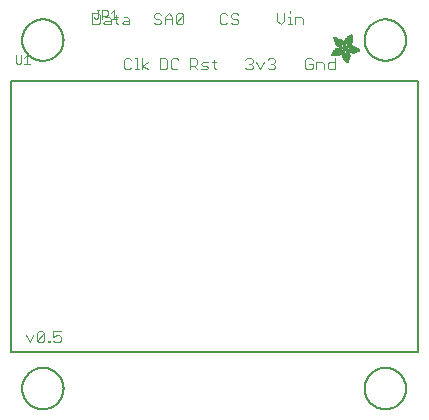
<source format=gbr>
G04 EAGLE Gerber RS-274X export*
G75*
%MOMM*%
%FSLAX34Y34*%
%LPD*%
%INSilkscreen Top*%
%IPPOS*%
%AMOC8*
5,1,8,0,0,1.08239X$1,22.5*%
G01*
%ADD10C,0.076200*%
%ADD11C,0.127000*%
%ADD12C,0.152400*%
%ADD13R,0.003800X0.034300*%
%ADD14R,0.003800X0.057200*%
%ADD15R,0.003800X0.076200*%
%ADD16R,0.003800X0.091400*%
%ADD17R,0.003800X0.102900*%
%ADD18R,0.003900X0.114300*%
%ADD19R,0.003800X0.129500*%
%ADD20R,0.003800X0.137200*%
%ADD21R,0.003800X0.144800*%
%ADD22R,0.003800X0.152400*%
%ADD23R,0.003800X0.160000*%
%ADD24R,0.003800X0.171500*%
%ADD25R,0.003800X0.175300*%
%ADD26R,0.003800X0.182900*%
%ADD27R,0.003800X0.190500*%
%ADD28R,0.003900X0.194300*%
%ADD29R,0.003800X0.201900*%
%ADD30R,0.003800X0.209500*%
%ADD31R,0.003800X0.213400*%
%ADD32R,0.003800X0.221000*%
%ADD33R,0.003800X0.224800*%
%ADD34R,0.003800X0.232400*%
%ADD35R,0.003800X0.240000*%
%ADD36R,0.003800X0.243800*%
%ADD37R,0.003800X0.247600*%
%ADD38R,0.003900X0.255300*%
%ADD39R,0.003800X0.259100*%
%ADD40R,0.003800X0.262900*%
%ADD41R,0.003800X0.270500*%
%ADD42R,0.003800X0.274300*%
%ADD43R,0.003800X0.281900*%
%ADD44R,0.003800X0.285700*%
%ADD45R,0.003800X0.289500*%
%ADD46R,0.003800X0.297200*%
%ADD47R,0.003800X0.301000*%
%ADD48R,0.003900X0.304800*%
%ADD49R,0.003800X0.312400*%
%ADD50R,0.003800X0.316200*%
%ADD51R,0.003800X0.320000*%
%ADD52R,0.003800X0.327600*%
%ADD53R,0.003800X0.331500*%
%ADD54R,0.003800X0.339100*%
%ADD55R,0.003800X0.342900*%
%ADD56R,0.003800X0.346700*%
%ADD57R,0.003800X0.354300*%
%ADD58R,0.003900X0.358100*%
%ADD59R,0.003800X0.361900*%
%ADD60R,0.003800X0.369600*%
%ADD61R,0.003800X0.373400*%
%ADD62R,0.003800X0.377200*%
%ADD63R,0.003800X0.384800*%
%ADD64R,0.003800X0.388600*%
%ADD65R,0.003800X0.396200*%
%ADD66R,0.003800X0.400000*%
%ADD67R,0.003800X0.403800*%
%ADD68R,0.003900X0.411500*%
%ADD69R,0.003800X0.415300*%
%ADD70R,0.003800X0.419100*%
%ADD71R,0.003800X0.045700*%
%ADD72R,0.003800X0.426700*%
%ADD73R,0.003800X0.072400*%
%ADD74R,0.003800X0.430500*%
%ADD75R,0.003800X0.095300*%
%ADD76R,0.003800X0.438100*%
%ADD77R,0.003800X0.110500*%
%ADD78R,0.003800X0.441900*%
%ADD79R,0.003800X0.445800*%
%ADD80R,0.003800X0.144700*%
%ADD81R,0.003800X0.453400*%
%ADD82R,0.003800X0.457200*%
%ADD83R,0.003900X0.175300*%
%ADD84R,0.003900X0.461000*%
%ADD85R,0.003800X0.468600*%
%ADD86R,0.003800X0.205800*%
%ADD87R,0.003800X0.472400*%
%ADD88R,0.003800X0.217200*%
%ADD89R,0.003800X0.476200*%
%ADD90R,0.003800X0.483900*%
%ADD91R,0.003800X0.247700*%
%ADD92R,0.003800X0.487700*%
%ADD93R,0.003800X0.495300*%
%ADD94R,0.003800X0.499100*%
%ADD95R,0.003800X0.502900*%
%ADD96R,0.003800X0.510500*%
%ADD97R,0.003900X0.308600*%
%ADD98R,0.003900X0.514300*%
%ADD99R,0.003800X0.323800*%
%ADD100R,0.003800X0.518100*%
%ADD101R,0.003800X0.335300*%
%ADD102R,0.003800X0.525800*%
%ADD103R,0.003800X0.529600*%
%ADD104R,0.003800X0.358100*%
%ADD105R,0.003800X0.533400*%
%ADD106R,0.003800X0.537200*%
%ADD107R,0.003800X0.381000*%
%ADD108R,0.003800X0.544800*%
%ADD109R,0.003800X0.392400*%
%ADD110R,0.003800X0.548600*%
%ADD111R,0.003800X0.552400*%
%ADD112R,0.003800X0.556200*%
%ADD113R,0.003900X0.422900*%
%ADD114R,0.003900X0.560100*%
%ADD115R,0.003800X0.434300*%
%ADD116R,0.003800X0.563900*%
%ADD117R,0.003800X0.567700*%
%ADD118R,0.003800X0.461000*%
%ADD119R,0.003800X0.571500*%
%ADD120R,0.003800X0.575300*%
%ADD121R,0.003800X0.480100*%
%ADD122R,0.003800X0.579100*%
%ADD123R,0.003800X0.491500*%
%ADD124R,0.003800X0.582900*%
%ADD125R,0.003800X0.586700*%
%ADD126R,0.003800X0.510600*%
%ADD127R,0.003800X0.590500*%
%ADD128R,0.003800X0.522000*%
%ADD129R,0.003800X0.594300*%
%ADD130R,0.003900X0.533400*%
%ADD131R,0.003900X0.598200*%
%ADD132R,0.003800X0.541000*%
%ADD133R,0.003800X0.602000*%
%ADD134R,0.003800X0.552500*%
%ADD135R,0.003800X0.605800*%
%ADD136R,0.003800X0.560100*%
%ADD137R,0.003800X0.609600*%
%ADD138R,0.003800X0.613400*%
%ADD139R,0.003800X0.583000*%
%ADD140R,0.003800X0.617200*%
%ADD141R,0.003800X0.594400*%
%ADD142R,0.003800X0.621000*%
%ADD143R,0.003800X0.598200*%
%ADD144R,0.003800X0.624800*%
%ADD145R,0.003900X0.613500*%
%ADD146R,0.003900X0.628600*%
%ADD147R,0.003800X0.632400*%
%ADD148R,0.003800X0.628600*%
%ADD149R,0.003800X0.636300*%
%ADD150R,0.003800X0.640100*%
%ADD151R,0.003800X0.636200*%
%ADD152R,0.003800X0.643900*%
%ADD153R,0.003800X0.647700*%
%ADD154R,0.003800X0.651500*%
%ADD155R,0.003800X0.659100*%
%ADD156R,0.003900X0.659100*%
%ADD157R,0.003900X0.655300*%
%ADD158R,0.003800X0.662900*%
%ADD159R,0.003800X0.655300*%
%ADD160R,0.003800X0.670500*%
%ADD161R,0.003800X0.670600*%
%ADD162R,0.003800X0.674400*%
%ADD163R,0.003800X0.682000*%
%ADD164R,0.003800X0.666700*%
%ADD165R,0.003800X0.685800*%
%ADD166R,0.003800X0.689600*%
%ADD167R,0.003900X0.693400*%
%ADD168R,0.003900X0.674400*%
%ADD169R,0.003800X0.697200*%
%ADD170R,0.003800X0.678200*%
%ADD171R,0.003800X0.697300*%
%ADD172R,0.003800X0.701100*%
%ADD173R,0.003800X0.704900*%
%ADD174R,0.003800X0.708700*%
%ADD175R,0.003800X0.712500*%
%ADD176R,0.003800X0.716300*%
%ADD177R,0.003900X0.720100*%
%ADD178R,0.003900X0.689600*%
%ADD179R,0.003800X0.720000*%
%ADD180R,0.003800X0.693400*%
%ADD181R,0.003800X0.723900*%
%ADD182R,0.003800X0.727700*%
%ADD183R,0.003800X0.731500*%
%ADD184R,0.003800X0.701000*%
%ADD185R,0.003800X0.735300*%
%ADD186R,0.003900X0.731500*%
%ADD187R,0.003900X0.701000*%
%ADD188R,0.003800X0.704800*%
%ADD189R,0.003800X0.739100*%
%ADD190R,0.003800X0.743000*%
%ADD191R,0.003800X0.739200*%
%ADD192R,0.003900X0.743000*%
%ADD193R,0.003900X0.704800*%
%ADD194R,0.003800X0.746800*%
%ADD195R,0.003900X0.746800*%
%ADD196R,0.003800X0.742900*%
%ADD197R,0.003800X0.746700*%
%ADD198R,0.003900X0.746700*%
%ADD199R,0.003800X1.428800*%
%ADD200R,0.003800X1.424900*%
%ADD201R,0.003900X1.421100*%
%ADD202R,0.003800X1.421100*%
%ADD203R,0.003800X1.417300*%
%ADD204R,0.003800X1.413500*%
%ADD205R,0.003800X1.409700*%
%ADD206R,0.003800X1.405900*%
%ADD207R,0.003800X1.402100*%
%ADD208R,0.003800X1.398300*%
%ADD209R,0.003900X0.983000*%
%ADD210R,0.003900X0.384800*%
%ADD211R,0.003800X0.971600*%
%ADD212R,0.003800X0.963900*%
%ADD213R,0.003800X0.956300*%
%ADD214R,0.003800X0.365800*%
%ADD215R,0.003800X0.952500*%
%ADD216R,0.003800X0.941000*%
%ADD217R,0.003800X0.358200*%
%ADD218R,0.003800X0.937200*%
%ADD219R,0.003800X0.933400*%
%ADD220R,0.003800X0.354400*%
%ADD221R,0.003800X0.925800*%
%ADD222R,0.003800X0.350500*%
%ADD223R,0.003800X0.922000*%
%ADD224R,0.003900X0.918200*%
%ADD225R,0.003900X0.346700*%
%ADD226R,0.003800X0.910600*%
%ADD227R,0.003800X0.906800*%
%ADD228R,0.003800X0.903000*%
%ADD229R,0.003800X0.339000*%
%ADD230R,0.003800X0.895300*%
%ADD231R,0.003800X0.335200*%
%ADD232R,0.003800X0.887700*%
%ADD233R,0.003800X0.883900*%
%ADD234R,0.003800X0.331400*%
%ADD235R,0.003800X0.880100*%
%ADD236R,0.003800X0.876300*%
%ADD237R,0.003900X0.468600*%
%ADD238R,0.003900X0.396200*%
%ADD239R,0.003900X0.323800*%
%ADD240R,0.003800X0.449600*%
%ADD241R,0.003800X0.323900*%
%ADD242R,0.003800X0.442000*%
%ADD243R,0.003800X0.434400*%
%ADD244R,0.003800X0.320100*%
%ADD245R,0.003800X0.316300*%
%ADD246R,0.003800X0.426800*%
%ADD247R,0.003800X0.327700*%
%ADD248R,0.003800X0.312500*%
%ADD249R,0.003800X0.422900*%
%ADD250R,0.003800X0.308600*%
%ADD251R,0.003800X0.293400*%
%ADD252R,0.003800X0.304800*%
%ADD253R,0.003900X0.419100*%
%ADD254R,0.003900X0.285700*%
%ADD255R,0.003900X0.301000*%
%ADD256R,0.003800X0.411500*%
%ADD257R,0.003800X0.407700*%
%ADD258R,0.003800X0.289600*%
%ADD259R,0.003800X0.285800*%
%ADD260R,0.003800X0.403900*%
%ADD261R,0.003800X0.228600*%
%ADD262R,0.003900X0.403900*%
%ADD263R,0.003900X0.221000*%
%ADD264R,0.003900X0.278100*%
%ADD265R,0.003800X0.400100*%
%ADD266R,0.003800X0.209600*%
%ADD267R,0.003800X0.266700*%
%ADD268R,0.003800X0.038100*%
%ADD269R,0.003800X0.194300*%
%ADD270R,0.003800X0.148600*%
%ADD271R,0.003800X0.259000*%
%ADD272R,0.003800X0.182800*%
%ADD273R,0.003800X0.186700*%
%ADD274R,0.003800X0.251400*%
%ADD275R,0.003800X0.179100*%
%ADD276R,0.003800X0.236200*%
%ADD277R,0.003900X0.243900*%
%ADD278R,0.003900X0.282000*%
%ADD279R,0.003800X0.167700*%
%ADD280R,0.003800X0.236300*%
%ADD281R,0.003800X0.396300*%
%ADD282R,0.003800X0.163900*%
%ADD283R,0.003800X0.392500*%
%ADD284R,0.003800X0.160100*%
%ADD285R,0.003800X0.586800*%
%ADD286R,0.003800X0.148500*%
%ADD287R,0.003800X0.140900*%
%ADD288R,0.003900X0.392400*%
%ADD289R,0.003900X0.140900*%
%ADD290R,0.003900X0.647700*%
%ADD291R,0.003800X0.133300*%
%ADD292R,0.003800X0.674300*%
%ADD293R,0.003800X0.388700*%
%ADD294R,0.003800X0.125700*%
%ADD295R,0.003800X0.121900*%
%ADD296R,0.003800X0.720100*%
%ADD297R,0.003800X0.118100*%
%ADD298R,0.003900X0.118100*%
%ADD299R,0.003900X0.739100*%
%ADD300R,0.003800X0.114300*%
%ADD301R,0.003800X0.754400*%
%ADD302R,0.003800X0.765800*%
%ADD303R,0.003800X0.773400*%
%ADD304R,0.003800X0.784800*%
%ADD305R,0.003800X0.118200*%
%ADD306R,0.003800X0.792500*%
%ADD307R,0.003800X0.803900*%
%ADD308R,0.003800X0.122000*%
%ADD309R,0.003800X0.815400*%
%ADD310R,0.003800X0.125800*%
%ADD311R,0.003800X0.826800*%
%ADD312R,0.003900X0.369500*%
%ADD313R,0.003900X0.133400*%
%ADD314R,0.003900X0.842000*%
%ADD315R,0.003800X0.365700*%
%ADD316R,0.003800X1.009700*%
%ADD317R,0.003800X1.013500*%
%ADD318R,0.003800X0.362000*%
%ADD319R,0.003800X1.024900*%
%ADD320R,0.003800X1.028700*%
%ADD321R,0.003800X1.036300*%
%ADD322R,0.003800X1.047800*%
%ADD323R,0.003800X1.055400*%
%ADD324R,0.003800X1.070600*%
%ADD325R,0.003800X0.030500*%
%ADD326R,0.003800X1.436400*%
%ADD327R,0.003900X1.562100*%
%ADD328R,0.003800X1.588700*%
%ADD329R,0.003800X1.607800*%
%ADD330R,0.003800X1.626900*%
%ADD331R,0.003800X1.642100*%
%ADD332R,0.003800X1.657400*%
%ADD333R,0.003800X1.676400*%
%ADD334R,0.003800X1.687800*%
%ADD335R,0.003800X1.703000*%
%ADD336R,0.003800X1.714500*%
%ADD337R,0.003900X1.726000*%
%ADD338R,0.003800X1.741200*%
%ADD339R,0.003800X0.914400*%
%ADD340R,0.003800X0.769600*%
%ADD341R,0.003800X0.884000*%
%ADD342R,0.003800X0.712400*%
%ADD343R,0.003900X0.880100*%
%ADD344R,0.003800X0.887800*%
%ADD345R,0.003800X0.891600*%
%ADD346R,0.003800X0.895400*%
%ADD347R,0.003800X0.251500*%
%ADD348R,0.003900X0.579200*%
%ADD349R,0.003800X0.243900*%
%ADD350R,0.003800X0.556300*%
%ADD351R,0.003800X0.255200*%
%ADD352R,0.003800X0.529500*%
%ADD353R,0.003800X0.731600*%
%ADD354R,0.003900X0.525800*%
%ADD355R,0.003900X0.281900*%
%ADD356R,0.003900X0.735400*%
%ADD357R,0.003800X0.300900*%
%ADD358R,0.003800X0.762000*%
%ADD359R,0.003800X0.518200*%
%ADD360R,0.003800X0.350600*%
%ADD361R,0.003800X0.796300*%
%ADD362R,0.003800X0.807800*%
%ADD363R,0.003800X0.506700*%
%ADD364R,0.003800X0.849600*%
%ADD365R,0.003900X0.506700*%
%ADD366R,0.003900X1.371600*%
%ADD367R,0.003800X1.207800*%
%ADD368R,0.003800X0.503000*%
%ADD369R,0.003800X0.141000*%
%ADD370R,0.003800X1.203900*%
%ADD371R,0.003800X1.204000*%
%ADD372R,0.003800X1.200200*%
%ADD373R,0.003900X0.499100*%
%ADD374R,0.003900X0.156200*%
%ADD375R,0.003900X1.196400*%
%ADD376R,0.003800X1.196400*%
%ADD377R,0.003800X0.163800*%
%ADD378R,0.003800X0.167600*%
%ADD379R,0.003800X1.192500*%
%ADD380R,0.003800X0.499200*%
%ADD381R,0.003800X1.188700*%
%ADD382R,0.003800X0.506800*%
%ADD383R,0.003800X1.184900*%
%ADD384R,0.003900X0.510600*%
%ADD385R,0.003900X0.209600*%
%ADD386R,0.003900X1.181100*%
%ADD387R,0.003800X0.514400*%
%ADD388R,0.003800X1.181100*%
%ADD389R,0.003800X1.177300*%
%ADD390R,0.003800X0.240100*%
%ADD391R,0.003800X1.173500*%
%ADD392R,0.003800X1.169700*%
%ADD393R,0.003800X1.165900*%
%ADD394R,0.003800X1.162100*%
%ADD395R,0.003900X0.929700*%
%ADD396R,0.003900X1.162100*%
%ADD397R,0.003800X0.929700*%
%ADD398R,0.003800X1.154500*%
%ADD399R,0.003800X0.933500*%
%ADD400R,0.003800X1.150600*%
%ADD401R,0.003800X0.937300*%
%ADD402R,0.003800X1.146800*%
%ADD403R,0.003800X0.941100*%
%ADD404R,0.003800X1.139200*%
%ADD405R,0.003800X0.944900*%
%ADD406R,0.003800X1.135400*%
%ADD407R,0.003800X0.948700*%
%ADD408R,0.003800X1.127800*%
%ADD409R,0.003800X1.124000*%
%ADD410R,0.003800X1.116400*%
%ADD411R,0.003900X0.956300*%
%ADD412R,0.003900X1.104900*%
%ADD413R,0.003800X0.960100*%
%ADD414R,0.003800X1.093500*%
%ADD415R,0.003800X1.085900*%
%ADD416R,0.003800X0.967800*%
%ADD417R,0.003800X1.074500*%
%ADD418R,0.003800X1.063000*%
%ADD419R,0.003800X0.975400*%
%ADD420R,0.003800X1.036400*%
%ADD421R,0.003800X0.979200*%
%ADD422R,0.003800X1.021000*%
%ADD423R,0.003800X0.983000*%
%ADD424R,0.003800X1.009600*%
%ADD425R,0.003800X0.986800*%
%ADD426R,0.003800X0.998200*%
%ADD427R,0.003900X0.990600*%
%ADD428R,0.003900X0.986700*%
%ADD429R,0.003800X0.994400*%
%ADD430R,0.003800X0.975300*%
%ADD431R,0.003800X0.948600*%
%ADD432R,0.003800X1.002000*%
%ADD433R,0.003800X0.213300*%
%ADD434R,0.003800X0.217100*%
%ADD435R,0.003800X1.017300*%
%ADD436R,0.003800X0.666800*%
%ADD437R,0.003800X0.220900*%
%ADD438R,0.003900X1.028700*%
%ADD439R,0.003900X0.224700*%
%ADD440R,0.003800X1.032500*%
%ADD441R,0.003800X1.040100*%
%ADD442R,0.003800X1.043900*%
%ADD443R,0.003800X0.548700*%
%ADD444R,0.003800X1.051500*%
%ADD445R,0.003800X1.055300*%
%ADD446R,0.003800X1.059100*%
%ADD447R,0.003800X1.062900*%
%ADD448R,0.003800X0.255300*%
%ADD449R,0.003900X1.066800*%
%ADD450R,0.003900X0.259100*%
%ADD451R,0.003900X0.457200*%
%ADD452R,0.003800X0.423000*%
%ADD453R,0.003800X1.082100*%
%ADD454R,0.003800X0.274400*%
%ADD455R,0.003800X0.278200*%
%ADD456R,0.003800X1.101100*%
%ADD457R,0.003800X0.278100*%
%ADD458R,0.003900X0.876300*%
%ADD459R,0.003900X0.236200*%
%ADD460R,0.003900X0.289600*%
%ADD461R,0.003900X0.247700*%
%ADD462R,0.003800X0.049500*%
%ADD463R,0.003900X0.640100*%
%ADD464R,0.003800X0.659200*%
%ADD465R,0.003800X0.663000*%
%ADD466R,0.003900X0.872500*%
%ADD467R,0.003900X0.666800*%
%ADD468R,0.003800X0.872500*%
%ADD469R,0.003800X0.868700*%
%ADD470R,0.003800X0.864900*%
%ADD471R,0.003800X0.861100*%
%ADD472R,0.003800X0.857300*%
%ADD473R,0.003800X0.853400*%
%ADD474R,0.003800X0.845800*%
%ADD475R,0.003900X0.682000*%
%ADD476R,0.003800X0.842000*%
%ADD477R,0.003800X0.834400*%
%ADD478R,0.003800X0.823000*%
%ADD479R,0.003800X0.815300*%
%ADD480R,0.003800X0.811500*%
%ADD481R,0.003800X0.788700*%
%ADD482R,0.003900X0.777300*%
%ADD483R,0.003800X0.750600*%
%ADD484R,0.003800X0.735400*%
%ADD485R,0.003800X0.727800*%
%ADD486R,0.003800X0.628700*%
%ADD487R,0.003800X0.575400*%
%ADD488R,0.003900X0.670600*%
%ADD489R,0.003800X0.655400*%
%ADD490R,0.003900X0.651500*%
%ADD491R,0.003900X0.624800*%
%ADD492R,0.003900X0.594400*%
%ADD493R,0.003900X0.563900*%
%ADD494R,0.003800X0.541100*%
%ADD495R,0.003800X0.537300*%
%ADD496R,0.003800X0.525700*%
%ADD497R,0.003900X0.525700*%
%ADD498R,0.003800X0.514300*%
%ADD499R,0.003900X0.480100*%
%ADD500R,0.003800X0.464800*%
%ADD501R,0.003900X0.442000*%
%ADD502R,0.003800X0.438200*%
%ADD503R,0.003800X0.430600*%
%ADD504R,0.003800X0.407600*%
%ADD505R,0.003900X0.403800*%
%ADD506R,0.003900X0.365700*%
%ADD507R,0.003900X0.327700*%
%ADD508R,0.003900X0.243800*%
%ADD509R,0.003900X0.205800*%
%ADD510R,0.003800X0.198100*%
%ADD511R,0.003900X0.163800*%
%ADD512R,0.003800X0.137100*%
%ADD513R,0.003900X0.091500*%
%ADD514R,0.003800X0.060900*%


D10*
X258592Y307939D02*
X257024Y309507D01*
X253889Y309507D01*
X252321Y307939D01*
X252321Y301669D01*
X253889Y300101D01*
X257024Y300101D01*
X258592Y301669D01*
X258592Y304804D01*
X255456Y304804D01*
X261676Y306372D02*
X261676Y300101D01*
X261676Y306372D02*
X266379Y306372D01*
X267947Y304804D01*
X267947Y300101D01*
X277302Y300101D02*
X277302Y309507D01*
X277302Y300101D02*
X272599Y300101D01*
X271031Y301669D01*
X271031Y304804D01*
X272599Y306372D01*
X277302Y306372D01*
X228191Y341336D02*
X228191Y347607D01*
X228191Y341336D02*
X231326Y338201D01*
X234462Y341336D01*
X234462Y347607D01*
X237546Y344472D02*
X239114Y344472D01*
X239114Y338201D01*
X237546Y338201D02*
X240682Y338201D01*
X239114Y347607D02*
X239114Y349175D01*
X243783Y344472D02*
X243783Y338201D01*
X243783Y344472D02*
X248486Y344472D01*
X250054Y342904D01*
X250054Y338201D01*
X203089Y309507D02*
X201521Y307939D01*
X203089Y309507D02*
X206224Y309507D01*
X207792Y307939D01*
X207792Y306372D01*
X206224Y304804D01*
X204656Y304804D01*
X206224Y304804D02*
X207792Y303236D01*
X207792Y301669D01*
X206224Y300101D01*
X203089Y300101D01*
X201521Y301669D01*
X210876Y306372D02*
X214012Y300101D01*
X217147Y306372D01*
X220231Y307939D02*
X221799Y309507D01*
X224934Y309507D01*
X226502Y307939D01*
X226502Y306372D01*
X224934Y304804D01*
X223367Y304804D01*
X224934Y304804D02*
X226502Y303236D01*
X226502Y301669D01*
X224934Y300101D01*
X221799Y300101D01*
X220231Y301669D01*
X186202Y346039D02*
X184634Y347607D01*
X181499Y347607D01*
X179931Y346039D01*
X179931Y339769D01*
X181499Y338201D01*
X184634Y338201D01*
X186202Y339769D01*
X193989Y347607D02*
X195557Y346039D01*
X193989Y347607D02*
X190854Y347607D01*
X189286Y346039D01*
X189286Y344472D01*
X190854Y342904D01*
X193989Y342904D01*
X195557Y341336D01*
X195557Y339769D01*
X193989Y338201D01*
X190854Y338201D01*
X189286Y339769D01*
X154531Y309507D02*
X154531Y300101D01*
X154531Y309507D02*
X159234Y309507D01*
X160802Y307939D01*
X160802Y304804D01*
X159234Y303236D01*
X154531Y303236D01*
X157666Y303236D02*
X160802Y300101D01*
X163886Y300101D02*
X168589Y300101D01*
X170157Y301669D01*
X168589Y303236D01*
X165454Y303236D01*
X163886Y304804D01*
X165454Y306372D01*
X170157Y306372D01*
X174809Y307939D02*
X174809Y301669D01*
X176377Y300101D01*
X176377Y306372D02*
X173241Y306372D01*
X130322Y346039D02*
X128754Y347607D01*
X125619Y347607D01*
X124051Y346039D01*
X124051Y344472D01*
X125619Y342904D01*
X128754Y342904D01*
X130322Y341336D01*
X130322Y339769D01*
X128754Y338201D01*
X125619Y338201D01*
X124051Y339769D01*
X133406Y338201D02*
X133406Y344472D01*
X136542Y347607D01*
X139677Y344472D01*
X139677Y338201D01*
X139677Y342904D02*
X133406Y342904D01*
X142761Y339769D02*
X142761Y346039D01*
X144329Y347607D01*
X147464Y347607D01*
X149032Y346039D01*
X149032Y339769D01*
X147464Y338201D01*
X144329Y338201D01*
X142761Y339769D01*
X149032Y346039D01*
X104922Y307939D02*
X103354Y309507D01*
X100219Y309507D01*
X98651Y307939D01*
X98651Y301669D01*
X100219Y300101D01*
X103354Y300101D01*
X104922Y301669D01*
X108006Y309507D02*
X109574Y309507D01*
X109574Y300101D01*
X108006Y300101D02*
X111142Y300101D01*
X114243Y300101D02*
X114243Y309507D01*
X114243Y303236D02*
X118946Y300101D01*
X114243Y303236D02*
X118946Y306372D01*
X71981Y338201D02*
X71981Y347607D01*
X71981Y338201D02*
X76684Y338201D01*
X78252Y339769D01*
X78252Y346039D01*
X76684Y347607D01*
X71981Y347607D01*
X82904Y344472D02*
X86039Y344472D01*
X87607Y342904D01*
X87607Y338201D01*
X82904Y338201D01*
X81336Y339769D01*
X82904Y341336D01*
X87607Y341336D01*
X92259Y339769D02*
X92259Y346039D01*
X92259Y339769D02*
X93827Y338201D01*
X93827Y344472D02*
X90691Y344472D01*
X98496Y344472D02*
X101631Y344472D01*
X103199Y342904D01*
X103199Y338201D01*
X98496Y338201D01*
X96928Y339769D01*
X98496Y341336D01*
X103199Y341336D01*
X15621Y75232D02*
X18756Y68961D01*
X21892Y75232D01*
X24976Y76799D02*
X24976Y70529D01*
X24976Y76799D02*
X26544Y78367D01*
X29679Y78367D01*
X31247Y76799D01*
X31247Y70529D01*
X29679Y68961D01*
X26544Y68961D01*
X24976Y70529D01*
X31247Y76799D01*
X34331Y70529D02*
X34331Y68961D01*
X34331Y70529D02*
X35899Y70529D01*
X35899Y68961D01*
X34331Y68961D01*
X39009Y78367D02*
X45280Y78367D01*
X39009Y78367D02*
X39009Y73664D01*
X42144Y75232D01*
X43712Y75232D01*
X45280Y73664D01*
X45280Y70529D01*
X43712Y68961D01*
X40577Y68961D01*
X39009Y70529D01*
X129131Y300101D02*
X129131Y309507D01*
X129131Y300101D02*
X133834Y300101D01*
X135402Y301669D01*
X135402Y307939D01*
X133834Y309507D01*
X129131Y309507D01*
X143189Y309507D02*
X144757Y307939D01*
X143189Y309507D02*
X140054Y309507D01*
X138486Y307939D01*
X138486Y301669D01*
X140054Y300101D01*
X143189Y300101D01*
X144757Y301669D01*
D11*
X3020Y290420D02*
X348020Y290420D01*
X348020Y60420D01*
X3020Y60420D01*
X3020Y290420D01*
D10*
X6901Y306030D02*
X6901Y312173D01*
X6901Y306030D02*
X8130Y304801D01*
X10587Y304801D01*
X11816Y306030D01*
X11816Y312173D01*
X14385Y309716D02*
X16843Y312173D01*
X16843Y304801D01*
X19300Y304801D02*
X14385Y304801D01*
X73019Y344198D02*
X74248Y342969D01*
X75476Y342969D01*
X76705Y344198D01*
X76705Y350341D01*
X75476Y350341D02*
X77934Y350341D01*
X80503Y350341D02*
X80503Y342969D01*
X80503Y350341D02*
X84189Y350341D01*
X85418Y349113D01*
X85418Y346655D01*
X84189Y345426D01*
X80503Y345426D01*
X87987Y347884D02*
X90445Y350341D01*
X90445Y342969D01*
X92902Y342969D02*
X87987Y342969D01*
D12*
X302500Y325000D02*
X302505Y325429D01*
X302521Y325859D01*
X302547Y326287D01*
X302584Y326715D01*
X302632Y327142D01*
X302689Y327568D01*
X302758Y327992D01*
X302836Y328414D01*
X302925Y328834D01*
X303024Y329252D01*
X303134Y329667D01*
X303254Y330080D01*
X303383Y330489D01*
X303523Y330896D01*
X303673Y331298D01*
X303832Y331697D01*
X304001Y332092D01*
X304180Y332482D01*
X304369Y332868D01*
X304566Y333249D01*
X304773Y333626D01*
X304990Y333997D01*
X305215Y334362D01*
X305449Y334722D01*
X305692Y335077D01*
X305944Y335425D01*
X306204Y335767D01*
X306472Y336102D01*
X306749Y336431D01*
X307033Y336752D01*
X307326Y337067D01*
X307626Y337374D01*
X307933Y337674D01*
X308248Y337967D01*
X308569Y338251D01*
X308898Y338528D01*
X309233Y338796D01*
X309575Y339056D01*
X309923Y339308D01*
X310278Y339551D01*
X310638Y339785D01*
X311003Y340010D01*
X311374Y340227D01*
X311751Y340434D01*
X312132Y340631D01*
X312518Y340820D01*
X312908Y340999D01*
X313303Y341168D01*
X313702Y341327D01*
X314104Y341477D01*
X314511Y341617D01*
X314920Y341746D01*
X315333Y341866D01*
X315748Y341976D01*
X316166Y342075D01*
X316586Y342164D01*
X317008Y342242D01*
X317432Y342311D01*
X317858Y342368D01*
X318285Y342416D01*
X318713Y342453D01*
X319141Y342479D01*
X319571Y342495D01*
X320000Y342500D01*
X320429Y342495D01*
X320859Y342479D01*
X321287Y342453D01*
X321715Y342416D01*
X322142Y342368D01*
X322568Y342311D01*
X322992Y342242D01*
X323414Y342164D01*
X323834Y342075D01*
X324252Y341976D01*
X324667Y341866D01*
X325080Y341746D01*
X325489Y341617D01*
X325896Y341477D01*
X326298Y341327D01*
X326697Y341168D01*
X327092Y340999D01*
X327482Y340820D01*
X327868Y340631D01*
X328249Y340434D01*
X328626Y340227D01*
X328997Y340010D01*
X329362Y339785D01*
X329722Y339551D01*
X330077Y339308D01*
X330425Y339056D01*
X330767Y338796D01*
X331102Y338528D01*
X331431Y338251D01*
X331752Y337967D01*
X332067Y337674D01*
X332374Y337374D01*
X332674Y337067D01*
X332967Y336752D01*
X333251Y336431D01*
X333528Y336102D01*
X333796Y335767D01*
X334056Y335425D01*
X334308Y335077D01*
X334551Y334722D01*
X334785Y334362D01*
X335010Y333997D01*
X335227Y333626D01*
X335434Y333249D01*
X335631Y332868D01*
X335820Y332482D01*
X335999Y332092D01*
X336168Y331697D01*
X336327Y331298D01*
X336477Y330896D01*
X336617Y330489D01*
X336746Y330080D01*
X336866Y329667D01*
X336976Y329252D01*
X337075Y328834D01*
X337164Y328414D01*
X337242Y327992D01*
X337311Y327568D01*
X337368Y327142D01*
X337416Y326715D01*
X337453Y326287D01*
X337479Y325859D01*
X337495Y325429D01*
X337500Y325000D01*
X337495Y324571D01*
X337479Y324141D01*
X337453Y323713D01*
X337416Y323285D01*
X337368Y322858D01*
X337311Y322432D01*
X337242Y322008D01*
X337164Y321586D01*
X337075Y321166D01*
X336976Y320748D01*
X336866Y320333D01*
X336746Y319920D01*
X336617Y319511D01*
X336477Y319104D01*
X336327Y318702D01*
X336168Y318303D01*
X335999Y317908D01*
X335820Y317518D01*
X335631Y317132D01*
X335434Y316751D01*
X335227Y316374D01*
X335010Y316003D01*
X334785Y315638D01*
X334551Y315278D01*
X334308Y314923D01*
X334056Y314575D01*
X333796Y314233D01*
X333528Y313898D01*
X333251Y313569D01*
X332967Y313248D01*
X332674Y312933D01*
X332374Y312626D01*
X332067Y312326D01*
X331752Y312033D01*
X331431Y311749D01*
X331102Y311472D01*
X330767Y311204D01*
X330425Y310944D01*
X330077Y310692D01*
X329722Y310449D01*
X329362Y310215D01*
X328997Y309990D01*
X328626Y309773D01*
X328249Y309566D01*
X327868Y309369D01*
X327482Y309180D01*
X327092Y309001D01*
X326697Y308832D01*
X326298Y308673D01*
X325896Y308523D01*
X325489Y308383D01*
X325080Y308254D01*
X324667Y308134D01*
X324252Y308024D01*
X323834Y307925D01*
X323414Y307836D01*
X322992Y307758D01*
X322568Y307689D01*
X322142Y307632D01*
X321715Y307584D01*
X321287Y307547D01*
X320859Y307521D01*
X320429Y307505D01*
X320000Y307500D01*
X319571Y307505D01*
X319141Y307521D01*
X318713Y307547D01*
X318285Y307584D01*
X317858Y307632D01*
X317432Y307689D01*
X317008Y307758D01*
X316586Y307836D01*
X316166Y307925D01*
X315748Y308024D01*
X315333Y308134D01*
X314920Y308254D01*
X314511Y308383D01*
X314104Y308523D01*
X313702Y308673D01*
X313303Y308832D01*
X312908Y309001D01*
X312518Y309180D01*
X312132Y309369D01*
X311751Y309566D01*
X311374Y309773D01*
X311003Y309990D01*
X310638Y310215D01*
X310278Y310449D01*
X309923Y310692D01*
X309575Y310944D01*
X309233Y311204D01*
X308898Y311472D01*
X308569Y311749D01*
X308248Y312033D01*
X307933Y312326D01*
X307626Y312626D01*
X307326Y312933D01*
X307033Y313248D01*
X306749Y313569D01*
X306472Y313898D01*
X306204Y314233D01*
X305944Y314575D01*
X305692Y314923D01*
X305449Y315278D01*
X305215Y315638D01*
X304990Y316003D01*
X304773Y316374D01*
X304566Y316751D01*
X304369Y317132D01*
X304180Y317518D01*
X304001Y317908D01*
X303832Y318303D01*
X303673Y318702D01*
X303523Y319104D01*
X303383Y319511D01*
X303254Y319920D01*
X303134Y320333D01*
X303024Y320748D01*
X302925Y321166D01*
X302836Y321586D01*
X302758Y322008D01*
X302689Y322432D01*
X302632Y322858D01*
X302584Y323285D01*
X302547Y323713D01*
X302521Y324141D01*
X302505Y324571D01*
X302500Y325000D01*
X12500Y30000D02*
X12505Y30429D01*
X12521Y30859D01*
X12547Y31287D01*
X12584Y31715D01*
X12632Y32142D01*
X12689Y32568D01*
X12758Y32992D01*
X12836Y33414D01*
X12925Y33834D01*
X13024Y34252D01*
X13134Y34667D01*
X13254Y35080D01*
X13383Y35489D01*
X13523Y35896D01*
X13673Y36298D01*
X13832Y36697D01*
X14001Y37092D01*
X14180Y37482D01*
X14369Y37868D01*
X14566Y38249D01*
X14773Y38626D01*
X14990Y38997D01*
X15215Y39362D01*
X15449Y39722D01*
X15692Y40077D01*
X15944Y40425D01*
X16204Y40767D01*
X16472Y41102D01*
X16749Y41431D01*
X17033Y41752D01*
X17326Y42067D01*
X17626Y42374D01*
X17933Y42674D01*
X18248Y42967D01*
X18569Y43251D01*
X18898Y43528D01*
X19233Y43796D01*
X19575Y44056D01*
X19923Y44308D01*
X20278Y44551D01*
X20638Y44785D01*
X21003Y45010D01*
X21374Y45227D01*
X21751Y45434D01*
X22132Y45631D01*
X22518Y45820D01*
X22908Y45999D01*
X23303Y46168D01*
X23702Y46327D01*
X24104Y46477D01*
X24511Y46617D01*
X24920Y46746D01*
X25333Y46866D01*
X25748Y46976D01*
X26166Y47075D01*
X26586Y47164D01*
X27008Y47242D01*
X27432Y47311D01*
X27858Y47368D01*
X28285Y47416D01*
X28713Y47453D01*
X29141Y47479D01*
X29571Y47495D01*
X30000Y47500D01*
X30429Y47495D01*
X30859Y47479D01*
X31287Y47453D01*
X31715Y47416D01*
X32142Y47368D01*
X32568Y47311D01*
X32992Y47242D01*
X33414Y47164D01*
X33834Y47075D01*
X34252Y46976D01*
X34667Y46866D01*
X35080Y46746D01*
X35489Y46617D01*
X35896Y46477D01*
X36298Y46327D01*
X36697Y46168D01*
X37092Y45999D01*
X37482Y45820D01*
X37868Y45631D01*
X38249Y45434D01*
X38626Y45227D01*
X38997Y45010D01*
X39362Y44785D01*
X39722Y44551D01*
X40077Y44308D01*
X40425Y44056D01*
X40767Y43796D01*
X41102Y43528D01*
X41431Y43251D01*
X41752Y42967D01*
X42067Y42674D01*
X42374Y42374D01*
X42674Y42067D01*
X42967Y41752D01*
X43251Y41431D01*
X43528Y41102D01*
X43796Y40767D01*
X44056Y40425D01*
X44308Y40077D01*
X44551Y39722D01*
X44785Y39362D01*
X45010Y38997D01*
X45227Y38626D01*
X45434Y38249D01*
X45631Y37868D01*
X45820Y37482D01*
X45999Y37092D01*
X46168Y36697D01*
X46327Y36298D01*
X46477Y35896D01*
X46617Y35489D01*
X46746Y35080D01*
X46866Y34667D01*
X46976Y34252D01*
X47075Y33834D01*
X47164Y33414D01*
X47242Y32992D01*
X47311Y32568D01*
X47368Y32142D01*
X47416Y31715D01*
X47453Y31287D01*
X47479Y30859D01*
X47495Y30429D01*
X47500Y30000D01*
X47495Y29571D01*
X47479Y29141D01*
X47453Y28713D01*
X47416Y28285D01*
X47368Y27858D01*
X47311Y27432D01*
X47242Y27008D01*
X47164Y26586D01*
X47075Y26166D01*
X46976Y25748D01*
X46866Y25333D01*
X46746Y24920D01*
X46617Y24511D01*
X46477Y24104D01*
X46327Y23702D01*
X46168Y23303D01*
X45999Y22908D01*
X45820Y22518D01*
X45631Y22132D01*
X45434Y21751D01*
X45227Y21374D01*
X45010Y21003D01*
X44785Y20638D01*
X44551Y20278D01*
X44308Y19923D01*
X44056Y19575D01*
X43796Y19233D01*
X43528Y18898D01*
X43251Y18569D01*
X42967Y18248D01*
X42674Y17933D01*
X42374Y17626D01*
X42067Y17326D01*
X41752Y17033D01*
X41431Y16749D01*
X41102Y16472D01*
X40767Y16204D01*
X40425Y15944D01*
X40077Y15692D01*
X39722Y15449D01*
X39362Y15215D01*
X38997Y14990D01*
X38626Y14773D01*
X38249Y14566D01*
X37868Y14369D01*
X37482Y14180D01*
X37092Y14001D01*
X36697Y13832D01*
X36298Y13673D01*
X35896Y13523D01*
X35489Y13383D01*
X35080Y13254D01*
X34667Y13134D01*
X34252Y13024D01*
X33834Y12925D01*
X33414Y12836D01*
X32992Y12758D01*
X32568Y12689D01*
X32142Y12632D01*
X31715Y12584D01*
X31287Y12547D01*
X30859Y12521D01*
X30429Y12505D01*
X30000Y12500D01*
X29571Y12505D01*
X29141Y12521D01*
X28713Y12547D01*
X28285Y12584D01*
X27858Y12632D01*
X27432Y12689D01*
X27008Y12758D01*
X26586Y12836D01*
X26166Y12925D01*
X25748Y13024D01*
X25333Y13134D01*
X24920Y13254D01*
X24511Y13383D01*
X24104Y13523D01*
X23702Y13673D01*
X23303Y13832D01*
X22908Y14001D01*
X22518Y14180D01*
X22132Y14369D01*
X21751Y14566D01*
X21374Y14773D01*
X21003Y14990D01*
X20638Y15215D01*
X20278Y15449D01*
X19923Y15692D01*
X19575Y15944D01*
X19233Y16204D01*
X18898Y16472D01*
X18569Y16749D01*
X18248Y17033D01*
X17933Y17326D01*
X17626Y17626D01*
X17326Y17933D01*
X17033Y18248D01*
X16749Y18569D01*
X16472Y18898D01*
X16204Y19233D01*
X15944Y19575D01*
X15692Y19923D01*
X15449Y20278D01*
X15215Y20638D01*
X14990Y21003D01*
X14773Y21374D01*
X14566Y21751D01*
X14369Y22132D01*
X14180Y22518D01*
X14001Y22908D01*
X13832Y23303D01*
X13673Y23702D01*
X13523Y24104D01*
X13383Y24511D01*
X13254Y24920D01*
X13134Y25333D01*
X13024Y25748D01*
X12925Y26166D01*
X12836Y26586D01*
X12758Y27008D01*
X12689Y27432D01*
X12632Y27858D01*
X12584Y28285D01*
X12547Y28713D01*
X12521Y29141D01*
X12505Y29571D01*
X12500Y30000D01*
X302500Y30000D02*
X302505Y30429D01*
X302521Y30859D01*
X302547Y31287D01*
X302584Y31715D01*
X302632Y32142D01*
X302689Y32568D01*
X302758Y32992D01*
X302836Y33414D01*
X302925Y33834D01*
X303024Y34252D01*
X303134Y34667D01*
X303254Y35080D01*
X303383Y35489D01*
X303523Y35896D01*
X303673Y36298D01*
X303832Y36697D01*
X304001Y37092D01*
X304180Y37482D01*
X304369Y37868D01*
X304566Y38249D01*
X304773Y38626D01*
X304990Y38997D01*
X305215Y39362D01*
X305449Y39722D01*
X305692Y40077D01*
X305944Y40425D01*
X306204Y40767D01*
X306472Y41102D01*
X306749Y41431D01*
X307033Y41752D01*
X307326Y42067D01*
X307626Y42374D01*
X307933Y42674D01*
X308248Y42967D01*
X308569Y43251D01*
X308898Y43528D01*
X309233Y43796D01*
X309575Y44056D01*
X309923Y44308D01*
X310278Y44551D01*
X310638Y44785D01*
X311003Y45010D01*
X311374Y45227D01*
X311751Y45434D01*
X312132Y45631D01*
X312518Y45820D01*
X312908Y45999D01*
X313303Y46168D01*
X313702Y46327D01*
X314104Y46477D01*
X314511Y46617D01*
X314920Y46746D01*
X315333Y46866D01*
X315748Y46976D01*
X316166Y47075D01*
X316586Y47164D01*
X317008Y47242D01*
X317432Y47311D01*
X317858Y47368D01*
X318285Y47416D01*
X318713Y47453D01*
X319141Y47479D01*
X319571Y47495D01*
X320000Y47500D01*
X320429Y47495D01*
X320859Y47479D01*
X321287Y47453D01*
X321715Y47416D01*
X322142Y47368D01*
X322568Y47311D01*
X322992Y47242D01*
X323414Y47164D01*
X323834Y47075D01*
X324252Y46976D01*
X324667Y46866D01*
X325080Y46746D01*
X325489Y46617D01*
X325896Y46477D01*
X326298Y46327D01*
X326697Y46168D01*
X327092Y45999D01*
X327482Y45820D01*
X327868Y45631D01*
X328249Y45434D01*
X328626Y45227D01*
X328997Y45010D01*
X329362Y44785D01*
X329722Y44551D01*
X330077Y44308D01*
X330425Y44056D01*
X330767Y43796D01*
X331102Y43528D01*
X331431Y43251D01*
X331752Y42967D01*
X332067Y42674D01*
X332374Y42374D01*
X332674Y42067D01*
X332967Y41752D01*
X333251Y41431D01*
X333528Y41102D01*
X333796Y40767D01*
X334056Y40425D01*
X334308Y40077D01*
X334551Y39722D01*
X334785Y39362D01*
X335010Y38997D01*
X335227Y38626D01*
X335434Y38249D01*
X335631Y37868D01*
X335820Y37482D01*
X335999Y37092D01*
X336168Y36697D01*
X336327Y36298D01*
X336477Y35896D01*
X336617Y35489D01*
X336746Y35080D01*
X336866Y34667D01*
X336976Y34252D01*
X337075Y33834D01*
X337164Y33414D01*
X337242Y32992D01*
X337311Y32568D01*
X337368Y32142D01*
X337416Y31715D01*
X337453Y31287D01*
X337479Y30859D01*
X337495Y30429D01*
X337500Y30000D01*
X337495Y29571D01*
X337479Y29141D01*
X337453Y28713D01*
X337416Y28285D01*
X337368Y27858D01*
X337311Y27432D01*
X337242Y27008D01*
X337164Y26586D01*
X337075Y26166D01*
X336976Y25748D01*
X336866Y25333D01*
X336746Y24920D01*
X336617Y24511D01*
X336477Y24104D01*
X336327Y23702D01*
X336168Y23303D01*
X335999Y22908D01*
X335820Y22518D01*
X335631Y22132D01*
X335434Y21751D01*
X335227Y21374D01*
X335010Y21003D01*
X334785Y20638D01*
X334551Y20278D01*
X334308Y19923D01*
X334056Y19575D01*
X333796Y19233D01*
X333528Y18898D01*
X333251Y18569D01*
X332967Y18248D01*
X332674Y17933D01*
X332374Y17626D01*
X332067Y17326D01*
X331752Y17033D01*
X331431Y16749D01*
X331102Y16472D01*
X330767Y16204D01*
X330425Y15944D01*
X330077Y15692D01*
X329722Y15449D01*
X329362Y15215D01*
X328997Y14990D01*
X328626Y14773D01*
X328249Y14566D01*
X327868Y14369D01*
X327482Y14180D01*
X327092Y14001D01*
X326697Y13832D01*
X326298Y13673D01*
X325896Y13523D01*
X325489Y13383D01*
X325080Y13254D01*
X324667Y13134D01*
X324252Y13024D01*
X323834Y12925D01*
X323414Y12836D01*
X322992Y12758D01*
X322568Y12689D01*
X322142Y12632D01*
X321715Y12584D01*
X321287Y12547D01*
X320859Y12521D01*
X320429Y12505D01*
X320000Y12500D01*
X319571Y12505D01*
X319141Y12521D01*
X318713Y12547D01*
X318285Y12584D01*
X317858Y12632D01*
X317432Y12689D01*
X317008Y12758D01*
X316586Y12836D01*
X316166Y12925D01*
X315748Y13024D01*
X315333Y13134D01*
X314920Y13254D01*
X314511Y13383D01*
X314104Y13523D01*
X313702Y13673D01*
X313303Y13832D01*
X312908Y14001D01*
X312518Y14180D01*
X312132Y14369D01*
X311751Y14566D01*
X311374Y14773D01*
X311003Y14990D01*
X310638Y15215D01*
X310278Y15449D01*
X309923Y15692D01*
X309575Y15944D01*
X309233Y16204D01*
X308898Y16472D01*
X308569Y16749D01*
X308248Y17033D01*
X307933Y17326D01*
X307626Y17626D01*
X307326Y17933D01*
X307033Y18248D01*
X306749Y18569D01*
X306472Y18898D01*
X306204Y19233D01*
X305944Y19575D01*
X305692Y19923D01*
X305449Y20278D01*
X305215Y20638D01*
X304990Y21003D01*
X304773Y21374D01*
X304566Y21751D01*
X304369Y22132D01*
X304180Y22518D01*
X304001Y22908D01*
X303832Y23303D01*
X303673Y23702D01*
X303523Y24104D01*
X303383Y24511D01*
X303254Y24920D01*
X303134Y25333D01*
X303024Y25748D01*
X302925Y26166D01*
X302836Y26586D01*
X302758Y27008D01*
X302689Y27432D01*
X302632Y27858D01*
X302584Y28285D01*
X302547Y28713D01*
X302521Y29141D01*
X302505Y29571D01*
X302500Y30000D01*
X12500Y325000D02*
X12505Y325429D01*
X12521Y325859D01*
X12547Y326287D01*
X12584Y326715D01*
X12632Y327142D01*
X12689Y327568D01*
X12758Y327992D01*
X12836Y328414D01*
X12925Y328834D01*
X13024Y329252D01*
X13134Y329667D01*
X13254Y330080D01*
X13383Y330489D01*
X13523Y330896D01*
X13673Y331298D01*
X13832Y331697D01*
X14001Y332092D01*
X14180Y332482D01*
X14369Y332868D01*
X14566Y333249D01*
X14773Y333626D01*
X14990Y333997D01*
X15215Y334362D01*
X15449Y334722D01*
X15692Y335077D01*
X15944Y335425D01*
X16204Y335767D01*
X16472Y336102D01*
X16749Y336431D01*
X17033Y336752D01*
X17326Y337067D01*
X17626Y337374D01*
X17933Y337674D01*
X18248Y337967D01*
X18569Y338251D01*
X18898Y338528D01*
X19233Y338796D01*
X19575Y339056D01*
X19923Y339308D01*
X20278Y339551D01*
X20638Y339785D01*
X21003Y340010D01*
X21374Y340227D01*
X21751Y340434D01*
X22132Y340631D01*
X22518Y340820D01*
X22908Y340999D01*
X23303Y341168D01*
X23702Y341327D01*
X24104Y341477D01*
X24511Y341617D01*
X24920Y341746D01*
X25333Y341866D01*
X25748Y341976D01*
X26166Y342075D01*
X26586Y342164D01*
X27008Y342242D01*
X27432Y342311D01*
X27858Y342368D01*
X28285Y342416D01*
X28713Y342453D01*
X29141Y342479D01*
X29571Y342495D01*
X30000Y342500D01*
X30429Y342495D01*
X30859Y342479D01*
X31287Y342453D01*
X31715Y342416D01*
X32142Y342368D01*
X32568Y342311D01*
X32992Y342242D01*
X33414Y342164D01*
X33834Y342075D01*
X34252Y341976D01*
X34667Y341866D01*
X35080Y341746D01*
X35489Y341617D01*
X35896Y341477D01*
X36298Y341327D01*
X36697Y341168D01*
X37092Y340999D01*
X37482Y340820D01*
X37868Y340631D01*
X38249Y340434D01*
X38626Y340227D01*
X38997Y340010D01*
X39362Y339785D01*
X39722Y339551D01*
X40077Y339308D01*
X40425Y339056D01*
X40767Y338796D01*
X41102Y338528D01*
X41431Y338251D01*
X41752Y337967D01*
X42067Y337674D01*
X42374Y337374D01*
X42674Y337067D01*
X42967Y336752D01*
X43251Y336431D01*
X43528Y336102D01*
X43796Y335767D01*
X44056Y335425D01*
X44308Y335077D01*
X44551Y334722D01*
X44785Y334362D01*
X45010Y333997D01*
X45227Y333626D01*
X45434Y333249D01*
X45631Y332868D01*
X45820Y332482D01*
X45999Y332092D01*
X46168Y331697D01*
X46327Y331298D01*
X46477Y330896D01*
X46617Y330489D01*
X46746Y330080D01*
X46866Y329667D01*
X46976Y329252D01*
X47075Y328834D01*
X47164Y328414D01*
X47242Y327992D01*
X47311Y327568D01*
X47368Y327142D01*
X47416Y326715D01*
X47453Y326287D01*
X47479Y325859D01*
X47495Y325429D01*
X47500Y325000D01*
X47495Y324571D01*
X47479Y324141D01*
X47453Y323713D01*
X47416Y323285D01*
X47368Y322858D01*
X47311Y322432D01*
X47242Y322008D01*
X47164Y321586D01*
X47075Y321166D01*
X46976Y320748D01*
X46866Y320333D01*
X46746Y319920D01*
X46617Y319511D01*
X46477Y319104D01*
X46327Y318702D01*
X46168Y318303D01*
X45999Y317908D01*
X45820Y317518D01*
X45631Y317132D01*
X45434Y316751D01*
X45227Y316374D01*
X45010Y316003D01*
X44785Y315638D01*
X44551Y315278D01*
X44308Y314923D01*
X44056Y314575D01*
X43796Y314233D01*
X43528Y313898D01*
X43251Y313569D01*
X42967Y313248D01*
X42674Y312933D01*
X42374Y312626D01*
X42067Y312326D01*
X41752Y312033D01*
X41431Y311749D01*
X41102Y311472D01*
X40767Y311204D01*
X40425Y310944D01*
X40077Y310692D01*
X39722Y310449D01*
X39362Y310215D01*
X38997Y309990D01*
X38626Y309773D01*
X38249Y309566D01*
X37868Y309369D01*
X37482Y309180D01*
X37092Y309001D01*
X36697Y308832D01*
X36298Y308673D01*
X35896Y308523D01*
X35489Y308383D01*
X35080Y308254D01*
X34667Y308134D01*
X34252Y308024D01*
X33834Y307925D01*
X33414Y307836D01*
X32992Y307758D01*
X32568Y307689D01*
X32142Y307632D01*
X31715Y307584D01*
X31287Y307547D01*
X30859Y307521D01*
X30429Y307505D01*
X30000Y307500D01*
X29571Y307505D01*
X29141Y307521D01*
X28713Y307547D01*
X28285Y307584D01*
X27858Y307632D01*
X27432Y307689D01*
X27008Y307758D01*
X26586Y307836D01*
X26166Y307925D01*
X25748Y308024D01*
X25333Y308134D01*
X24920Y308254D01*
X24511Y308383D01*
X24104Y308523D01*
X23702Y308673D01*
X23303Y308832D01*
X22908Y309001D01*
X22518Y309180D01*
X22132Y309369D01*
X21751Y309566D01*
X21374Y309773D01*
X21003Y309990D01*
X20638Y310215D01*
X20278Y310449D01*
X19923Y310692D01*
X19575Y310944D01*
X19233Y311204D01*
X18898Y311472D01*
X18569Y311749D01*
X18248Y312033D01*
X17933Y312326D01*
X17626Y312626D01*
X17326Y312933D01*
X17033Y313248D01*
X16749Y313569D01*
X16472Y313898D01*
X16204Y314233D01*
X15944Y314575D01*
X15692Y314923D01*
X15449Y315278D01*
X15215Y315638D01*
X14990Y316003D01*
X14773Y316374D01*
X14566Y316751D01*
X14369Y317132D01*
X14180Y317518D01*
X14001Y317908D01*
X13832Y318303D01*
X13673Y318702D01*
X13523Y319104D01*
X13383Y319511D01*
X13254Y319920D01*
X13134Y320333D01*
X13024Y320748D01*
X12925Y321166D01*
X12836Y321586D01*
X12758Y322008D01*
X12689Y322432D01*
X12632Y322858D01*
X12584Y323285D01*
X12547Y323713D01*
X12521Y324141D01*
X12505Y324571D01*
X12500Y325000D01*
D13*
X274600Y312452D03*
D14*
X274638Y312451D03*
D15*
X274676Y312470D03*
D16*
X274714Y312470D03*
D17*
X274752Y312452D03*
D18*
X274791Y312471D03*
D19*
X274829Y312471D03*
D20*
X274867Y312470D03*
D21*
X274905Y312470D03*
D22*
X274943Y312508D03*
D23*
X274981Y312508D03*
D24*
X275019Y312528D03*
D25*
X275057Y312547D03*
D26*
X275095Y312547D03*
D27*
X275133Y312585D03*
D28*
X275172Y312604D03*
D29*
X275210Y312604D03*
D30*
X275248Y312642D03*
D31*
X275286Y312661D03*
D32*
X275324Y312699D03*
D33*
X275362Y312718D03*
D34*
X275400Y312718D03*
D35*
X275438Y312756D03*
D36*
X275476Y312775D03*
D37*
X275514Y312794D03*
D38*
X275553Y312833D03*
D39*
X275591Y312852D03*
D40*
X275629Y312871D03*
D41*
X275667Y312909D03*
D42*
X275705Y312928D03*
D43*
X275743Y312966D03*
D44*
X275781Y312985D03*
D45*
X275819Y313004D03*
D46*
X275857Y313042D03*
D47*
X275895Y313061D03*
D48*
X275934Y313080D03*
D49*
X275972Y313118D03*
D50*
X276010Y313137D03*
D51*
X276048Y313156D03*
D52*
X276086Y313194D03*
D53*
X276124Y313214D03*
D54*
X276162Y313252D03*
D55*
X276200Y313271D03*
D56*
X276238Y313290D03*
D57*
X276276Y313328D03*
D58*
X276315Y313347D03*
D59*
X276353Y313366D03*
D60*
X276391Y313404D03*
D61*
X276429Y313423D03*
D62*
X276467Y313442D03*
D63*
X276505Y313480D03*
D64*
X276543Y313499D03*
D65*
X276581Y313537D03*
D66*
X276619Y313556D03*
D67*
X276657Y313575D03*
D68*
X276696Y313614D03*
D69*
X276734Y313633D03*
D70*
X276772Y313652D03*
D71*
X276810Y326415D03*
D72*
X276810Y313690D03*
D73*
X276848Y326396D03*
D74*
X276848Y313709D03*
D75*
X276886Y326358D03*
D76*
X276886Y313747D03*
D77*
X276924Y326320D03*
D78*
X276924Y313766D03*
D19*
X276962Y326301D03*
D79*
X276962Y313785D03*
D80*
X277000Y326263D03*
D81*
X277000Y313823D03*
D23*
X277038Y326224D03*
D82*
X277038Y313842D03*
D83*
X277077Y326187D03*
D84*
X277077Y313861D03*
D27*
X277115Y326149D03*
D85*
X277115Y313899D03*
D86*
X277153Y326110D03*
D87*
X277153Y313918D03*
D88*
X277191Y326053D03*
D89*
X277191Y313937D03*
D34*
X277229Y326015D03*
D90*
X277229Y313976D03*
D91*
X277267Y325977D03*
D92*
X277267Y313995D03*
D39*
X277305Y325920D03*
D93*
X277305Y314033D03*
D42*
X277343Y325882D03*
D94*
X277343Y314052D03*
D44*
X277381Y325825D03*
D95*
X277381Y314071D03*
D46*
X277419Y325767D03*
D96*
X277419Y314109D03*
D97*
X277458Y325710D03*
D98*
X277458Y314128D03*
D99*
X277496Y325672D03*
D100*
X277496Y314147D03*
D101*
X277534Y325615D03*
D102*
X277534Y314185D03*
D56*
X277572Y325558D03*
D103*
X277572Y314204D03*
D104*
X277610Y325501D03*
D105*
X277610Y314223D03*
D60*
X277648Y325443D03*
D106*
X277648Y314242D03*
D107*
X277686Y325386D03*
D108*
X277686Y314280D03*
D109*
X277724Y325329D03*
D110*
X277724Y314299D03*
D67*
X277762Y325272D03*
D111*
X277762Y314318D03*
D69*
X277800Y325215D03*
D112*
X277800Y314337D03*
D113*
X277839Y325139D03*
D114*
X277839Y314357D03*
D115*
X277877Y325082D03*
D116*
X277877Y314376D03*
D79*
X277915Y325024D03*
D117*
X277915Y314395D03*
D118*
X277953Y324948D03*
D119*
X277953Y314414D03*
D87*
X277991Y324891D03*
D120*
X277991Y314433D03*
D121*
X278029Y324815D03*
D122*
X278029Y314452D03*
D123*
X278067Y324758D03*
D124*
X278067Y314471D03*
D95*
X278105Y324701D03*
D125*
X278105Y314490D03*
D126*
X278143Y324624D03*
D127*
X278143Y314509D03*
D128*
X278181Y324567D03*
D129*
X278181Y314528D03*
D130*
X278220Y324510D03*
D131*
X278220Y314547D03*
D132*
X278258Y324434D03*
D133*
X278258Y314566D03*
D134*
X278296Y324377D03*
D135*
X278296Y314585D03*
D136*
X278334Y324339D03*
D135*
X278334Y314585D03*
D119*
X278372Y324282D03*
D137*
X278372Y314604D03*
D120*
X278410Y324225D03*
D138*
X278410Y314623D03*
D139*
X278448Y324186D03*
D140*
X278448Y314642D03*
D141*
X278486Y324129D03*
D142*
X278486Y314661D03*
D143*
X278524Y324072D03*
D142*
X278524Y314661D03*
D135*
X278562Y324034D03*
D144*
X278562Y314680D03*
D145*
X278601Y323996D03*
D146*
X278601Y314699D03*
D138*
X278639Y323957D03*
D147*
X278639Y314718D03*
D142*
X278677Y323919D03*
D147*
X278677Y314718D03*
D148*
X278715Y323881D03*
D149*
X278715Y314738D03*
D147*
X278753Y323824D03*
D150*
X278753Y314757D03*
D151*
X278791Y323805D03*
D152*
X278791Y314776D03*
X278829Y323767D03*
X278829Y314776D03*
D153*
X278867Y323710D03*
X278867Y314795D03*
D154*
X278905Y323691D03*
X278905Y314814D03*
D155*
X278943Y323653D03*
D154*
X278943Y314814D03*
D156*
X278982Y323615D03*
D157*
X278982Y314833D03*
D158*
X279020Y323596D03*
D159*
X279020Y314833D03*
D160*
X279058Y323558D03*
D155*
X279058Y314852D03*
D161*
X279096Y323519D03*
D158*
X279096Y314871D03*
D162*
X279134Y323500D03*
D158*
X279134Y314871D03*
D163*
X279172Y323462D03*
D164*
X279172Y314890D03*
D163*
X279210Y323424D03*
D164*
X279210Y314890D03*
D165*
X279248Y323405D03*
D160*
X279248Y314909D03*
D166*
X279286Y323386D03*
D160*
X279286Y314909D03*
D166*
X279324Y323348D03*
D162*
X279324Y314928D03*
D167*
X279363Y323329D03*
D168*
X279363Y314928D03*
D169*
X279401Y323310D03*
D170*
X279401Y314947D03*
D171*
X279439Y323272D03*
D170*
X279439Y314947D03*
D172*
X279477Y323253D03*
D170*
X279477Y314947D03*
D173*
X279515Y323234D03*
D163*
X279515Y314966D03*
D173*
X279553Y323196D03*
D163*
X279553Y314966D03*
D174*
X279591Y323177D03*
D165*
X279591Y314985D03*
D175*
X279629Y323158D03*
D165*
X279629Y314985D03*
D175*
X279667Y323120D03*
D165*
X279667Y314985D03*
D176*
X279705Y323101D03*
D166*
X279705Y315004D03*
D177*
X279744Y323082D03*
D178*
X279744Y315004D03*
D179*
X279782Y323043D03*
D180*
X279782Y315023D03*
D181*
X279820Y323024D03*
D180*
X279820Y315023D03*
D181*
X279858Y323024D03*
D180*
X279858Y315023D03*
D181*
X279896Y322986D03*
D180*
X279896Y315023D03*
D182*
X279934Y322967D03*
D169*
X279934Y315042D03*
D183*
X279972Y322948D03*
D169*
X279972Y315042D03*
D182*
X280010Y322929D03*
D169*
X280010Y315042D03*
D183*
X280048Y322910D03*
D184*
X280048Y315061D03*
D185*
X280086Y322891D03*
D184*
X280086Y315061D03*
D186*
X280125Y322872D03*
D187*
X280125Y315061D03*
D185*
X280163Y322853D03*
D184*
X280163Y315061D03*
D185*
X280201Y322853D03*
D188*
X280201Y315080D03*
D185*
X280239Y322815D03*
D184*
X280239Y315099D03*
D189*
X280277Y322796D03*
D184*
X280277Y315099D03*
D189*
X280315Y322796D03*
D184*
X280315Y315099D03*
D189*
X280353Y322758D03*
D184*
X280353Y315099D03*
D189*
X280391Y322758D03*
D184*
X280391Y315099D03*
D190*
X280429Y322738D03*
D188*
X280429Y315118D03*
D191*
X280467Y322719D03*
D188*
X280467Y315118D03*
D192*
X280506Y322700D03*
D193*
X280506Y315118D03*
D190*
X280544Y322700D03*
D188*
X280544Y315118D03*
D190*
X280582Y322662D03*
D188*
X280582Y315118D03*
D190*
X280620Y322662D03*
D188*
X280620Y315118D03*
D190*
X280658Y322662D03*
D188*
X280658Y315118D03*
D190*
X280696Y322624D03*
D184*
X280696Y315137D03*
D190*
X280734Y322624D03*
D184*
X280734Y315137D03*
D194*
X280772Y322605D03*
D184*
X280772Y315137D03*
D190*
X280810Y322586D03*
D184*
X280810Y315137D03*
D190*
X280848Y322586D03*
D184*
X280848Y315137D03*
D195*
X280887Y322567D03*
D187*
X280887Y315137D03*
D196*
X280925Y322548D03*
D184*
X280925Y315137D03*
D196*
X280963Y322548D03*
D169*
X280963Y315156D03*
D197*
X281001Y322529D03*
D169*
X281001Y315156D03*
D196*
X281039Y322510D03*
D169*
X281039Y315156D03*
D196*
X281077Y322510D03*
D169*
X281077Y315156D03*
D196*
X281115Y322510D03*
D169*
X281115Y315156D03*
D197*
X281153Y322491D03*
D180*
X281153Y315175D03*
D196*
X281191Y322472D03*
D180*
X281191Y315175D03*
D196*
X281229Y322472D03*
D180*
X281229Y315175D03*
D198*
X281268Y322453D03*
D167*
X281268Y315175D03*
D196*
X281306Y322434D03*
D166*
X281306Y315194D03*
D196*
X281344Y322434D03*
D166*
X281344Y315194D03*
D197*
X281382Y322415D03*
D166*
X281382Y315194D03*
D196*
X281420Y322396D03*
D166*
X281420Y315194D03*
D196*
X281458Y322396D03*
D165*
X281458Y315213D03*
D196*
X281496Y322396D03*
D165*
X281496Y315213D03*
D199*
X281534Y318928D03*
X281572Y318928D03*
D200*
X281610Y318948D03*
D201*
X281649Y318929D03*
D202*
X281687Y318929D03*
D203*
X281725Y318948D03*
D204*
X281763Y318929D03*
X281801Y318929D03*
D205*
X281839Y318948D03*
D206*
X281877Y318929D03*
X281915Y318929D03*
D207*
X281953Y318948D03*
D208*
X281991Y318929D03*
D209*
X282030Y321005D03*
D210*
X282030Y313899D03*
D211*
X282068Y321062D03*
D62*
X282068Y313861D03*
D212*
X282106Y321062D03*
D61*
X282106Y313842D03*
D213*
X282144Y321100D03*
D214*
X282144Y313842D03*
D215*
X282182Y321119D03*
D214*
X282182Y313842D03*
D216*
X282220Y321138D03*
D217*
X282220Y313842D03*
D218*
X282258Y321157D03*
D217*
X282258Y313842D03*
D219*
X282296Y321176D03*
D220*
X282296Y313861D03*
D221*
X282334Y321176D03*
D222*
X282334Y313842D03*
D223*
X282372Y321195D03*
D56*
X282372Y313861D03*
D224*
X282411Y321214D03*
D225*
X282411Y313861D03*
D226*
X282449Y321214D03*
D55*
X282449Y313880D03*
D227*
X282487Y321233D03*
D55*
X282487Y313880D03*
D228*
X282525Y321252D03*
D229*
X282525Y313899D03*
D230*
X282563Y321253D03*
D229*
X282563Y313899D03*
D230*
X282601Y321253D03*
D231*
X282601Y313918D03*
D232*
X282639Y321253D03*
D231*
X282639Y313918D03*
D233*
X282677Y321272D03*
D234*
X282677Y313937D03*
D235*
X282715Y321291D03*
D52*
X282715Y313956D03*
D236*
X282753Y321272D03*
D52*
X282753Y313956D03*
D237*
X282792Y323310D03*
D238*
X282792Y318909D03*
D239*
X282792Y313975D03*
D240*
X282830Y323367D03*
D60*
X282830Y318814D03*
D241*
X282830Y314014D03*
D242*
X282868Y323405D03*
D104*
X282868Y318757D03*
D241*
X282868Y314014D03*
D243*
X282906Y323405D03*
D56*
X282906Y318738D03*
D244*
X282906Y314033D03*
D243*
X282944Y323405D03*
D101*
X282944Y318719D03*
D245*
X282944Y314052D03*
D246*
X282982Y323405D03*
D247*
X282982Y318681D03*
D248*
X282982Y314071D03*
D246*
X283020Y323405D03*
D245*
X283020Y318662D03*
D248*
X283020Y314071D03*
D249*
X283058Y323386D03*
D250*
X283058Y318623D03*
D248*
X283058Y314109D03*
D249*
X283096Y323386D03*
D47*
X283096Y318623D03*
D250*
X283096Y314128D03*
D70*
X283134Y323367D03*
D251*
X283134Y318585D03*
D252*
X283134Y314147D03*
D253*
X283173Y323367D03*
D254*
X283173Y318586D03*
D255*
X283173Y314166D03*
D69*
X283211Y323348D03*
D42*
X283211Y318567D03*
D47*
X283211Y314204D03*
D69*
X283249Y323348D03*
D41*
X283249Y318548D03*
D46*
X283249Y314223D03*
D256*
X283287Y323329D03*
D40*
X283287Y318548D03*
D251*
X283287Y314242D03*
D256*
X283325Y323329D03*
D39*
X283325Y318529D03*
D251*
X283325Y314280D03*
D257*
X283363Y323310D03*
D37*
X283363Y318509D03*
D258*
X283363Y314299D03*
D257*
X283401Y323272D03*
D36*
X283401Y318490D03*
D259*
X283401Y314318D03*
D257*
X283439Y323272D03*
D35*
X283439Y318471D03*
D259*
X283439Y314356D03*
D260*
X283477Y323253D03*
D34*
X283477Y318471D03*
D43*
X283477Y314376D03*
D257*
X283515Y323234D03*
D261*
X283515Y318452D03*
D43*
X283515Y314414D03*
D262*
X283554Y323215D03*
D263*
X283554Y318452D03*
D264*
X283554Y314433D03*
D265*
X283592Y323196D03*
D88*
X283592Y318433D03*
D41*
X283592Y314471D03*
D260*
X283630Y323177D03*
D266*
X283630Y318433D03*
D41*
X283630Y314509D03*
D265*
X283668Y323158D03*
D86*
X283668Y318414D03*
D267*
X283668Y314528D03*
D268*
X283668Y312052D03*
D66*
X283706Y323119D03*
D29*
X283706Y318395D03*
D40*
X283706Y314585D03*
D77*
X283706Y312033D03*
D66*
X283744Y323119D03*
D269*
X283744Y318395D03*
D39*
X283744Y314604D03*
D270*
X283744Y312032D03*
D66*
X283782Y323081D03*
D27*
X283782Y318376D03*
D271*
X283782Y314642D03*
D272*
X283782Y312013D03*
D65*
X283820Y323062D03*
D273*
X283820Y318357D03*
D274*
X283820Y314680D03*
D31*
X283820Y312013D03*
D65*
X283858Y323024D03*
D275*
X283858Y318357D03*
D274*
X283858Y314718D03*
D276*
X283858Y312013D03*
D66*
X283896Y323005D03*
D275*
X283896Y318357D03*
D36*
X283896Y314756D03*
D271*
X283896Y312013D03*
D238*
X283935Y322986D03*
D83*
X283935Y318338D03*
D277*
X283935Y314795D03*
D278*
X283935Y312013D03*
D65*
X283973Y322948D03*
D279*
X283973Y318338D03*
D280*
X283973Y314833D03*
D47*
X283973Y311994D03*
D281*
X284011Y322910D03*
D282*
X284011Y318319D03*
D280*
X284011Y314871D03*
D51*
X284011Y312013D03*
D283*
X284049Y322891D03*
D284*
X284049Y318300D03*
D261*
X284049Y314909D03*
D55*
X284049Y312014D03*
D281*
X284087Y322872D03*
D284*
X284087Y318300D03*
D285*
X284087Y313156D03*
D281*
X284125Y322834D03*
D22*
X284125Y318300D03*
D143*
X284125Y313137D03*
D283*
X284163Y322815D03*
D286*
X284163Y318281D03*
D135*
X284163Y313099D03*
D109*
X284201Y322776D03*
D286*
X284201Y318281D03*
D142*
X284201Y313061D03*
D109*
X284239Y322738D03*
D80*
X284239Y318262D03*
D144*
X284239Y313042D03*
D109*
X284277Y322700D03*
D287*
X284277Y318243D03*
D149*
X284277Y313023D03*
D288*
X284316Y322662D03*
D289*
X284316Y318243D03*
D290*
X284316Y313004D03*
D64*
X284354Y322643D03*
D291*
X284354Y318243D03*
D159*
X284354Y312966D03*
D64*
X284392Y322605D03*
D291*
X284392Y318243D03*
D164*
X284392Y312947D03*
D64*
X284430Y322567D03*
D19*
X284430Y318224D03*
D292*
X284430Y312947D03*
D64*
X284468Y322529D03*
D19*
X284468Y318224D03*
D165*
X284468Y312927D03*
D293*
X284506Y322491D03*
D294*
X284506Y318205D03*
D180*
X284506Y312889D03*
D293*
X284544Y322453D03*
D294*
X284544Y318205D03*
D172*
X284544Y312890D03*
D64*
X284582Y322414D03*
D295*
X284582Y318186D03*
D175*
X284582Y312871D03*
D63*
X284620Y322357D03*
D295*
X284620Y318186D03*
D296*
X284620Y312871D03*
D63*
X284658Y322319D03*
D297*
X284658Y318167D03*
D182*
X284658Y312871D03*
D210*
X284697Y322281D03*
D298*
X284697Y318167D03*
D299*
X284697Y312852D03*
D63*
X284735Y322243D03*
D300*
X284735Y318148D03*
D194*
X284735Y312851D03*
D107*
X284773Y322186D03*
D297*
X284773Y318129D03*
D301*
X284773Y312851D03*
D107*
X284811Y322148D03*
D297*
X284811Y318129D03*
D302*
X284811Y312832D03*
D107*
X284849Y322071D03*
D297*
X284849Y318129D03*
D303*
X284849Y312832D03*
D107*
X284887Y322033D03*
D300*
X284887Y318110D03*
D304*
X284887Y312813D03*
D62*
X284925Y321976D03*
D305*
X284925Y318090D03*
D306*
X284925Y312814D03*
D61*
X284963Y321919D03*
D305*
X284963Y318090D03*
D307*
X284963Y312833D03*
D61*
X285001Y321843D03*
D308*
X285001Y318071D03*
D309*
X285001Y312813D03*
D61*
X285039Y321805D03*
D310*
X285039Y318052D03*
D311*
X285039Y312832D03*
D312*
X285078Y321710D03*
D313*
X285078Y318014D03*
D314*
X285078Y312832D03*
D315*
X285116Y321653D03*
D316*
X285116Y313633D03*
D214*
X285154Y321576D03*
D317*
X285154Y313614D03*
D318*
X285192Y321481D03*
D319*
X285192Y313595D03*
D104*
X285230Y321386D03*
D320*
X285230Y313576D03*
D57*
X285268Y321291D03*
D321*
X285268Y313576D03*
D222*
X285306Y321196D03*
D322*
X285306Y313556D03*
D56*
X285344Y321062D03*
D323*
X285344Y313556D03*
D56*
X285382Y320948D03*
D324*
X285382Y313556D03*
D325*
X285420Y323177D03*
D326*
X285420Y315347D03*
D327*
X285459Y315938D03*
D328*
X285497Y315995D03*
D329*
X285535Y316052D03*
D330*
X285573Y316071D03*
D331*
X285611Y316109D03*
D332*
X285649Y316147D03*
D333*
X285687Y316166D03*
D334*
X285725Y316185D03*
D335*
X285763Y316185D03*
D336*
X285801Y316205D03*
D337*
X285840Y316223D03*
D338*
X285878Y316223D03*
D339*
X285916Y320433D03*
D340*
X285916Y311327D03*
D230*
X285954Y320605D03*
D190*
X285954Y311156D03*
D233*
X285992Y320700D03*
D183*
X285992Y311023D03*
D341*
X286030Y320776D03*
D296*
X286030Y310928D03*
D233*
X286068Y320853D03*
D342*
X286068Y310813D03*
D235*
X286106Y320910D03*
D173*
X286106Y310737D03*
D235*
X286144Y320986D03*
D171*
X286144Y310661D03*
D235*
X286182Y321024D03*
D169*
X286182Y310584D03*
D343*
X286221Y321062D03*
D167*
X286221Y310527D03*
D344*
X286259Y321100D03*
D166*
X286259Y310432D03*
D344*
X286297Y321138D03*
D166*
X286297Y310394D03*
D345*
X286335Y321157D03*
D165*
X286335Y310337D03*
D346*
X286373Y321176D03*
D165*
X286373Y310260D03*
D228*
X286411Y321214D03*
D165*
X286411Y310222D03*
D227*
X286449Y321233D03*
D163*
X286449Y310165D03*
D226*
X286487Y321252D03*
D165*
X286487Y310108D03*
D137*
X286525Y322795D03*
D40*
X286525Y318014D03*
D165*
X286525Y310070D03*
D127*
X286563Y322929D03*
D347*
X286563Y317919D03*
D166*
X286563Y310013D03*
D348*
X286602Y323024D03*
D277*
X286602Y317881D03*
D178*
X286602Y309975D03*
D117*
X286640Y323120D03*
D349*
X286640Y317843D03*
D180*
X286640Y309956D03*
D116*
X286678Y323177D03*
D36*
X286678Y317804D03*
D171*
X286678Y309899D03*
D136*
X286716Y323272D03*
D37*
X286716Y317785D03*
D171*
X286716Y309861D03*
D350*
X286754Y323329D03*
D37*
X286754Y317747D03*
D173*
X286754Y309823D03*
D110*
X286792Y323405D03*
D274*
X286792Y317728D03*
D174*
X286792Y309804D03*
D132*
X286830Y323443D03*
D351*
X286830Y317709D03*
D175*
X286830Y309785D03*
D106*
X286868Y323500D03*
D40*
X286868Y317671D03*
D296*
X286868Y309747D03*
D105*
X286906Y323557D03*
D267*
X286906Y317652D03*
D181*
X286906Y309728D03*
D352*
X286944Y323615D03*
D42*
X286944Y317614D03*
D353*
X286944Y309689D03*
D354*
X286983Y323672D03*
D355*
X286983Y317576D03*
D356*
X286983Y309670D03*
D102*
X287021Y323710D03*
D45*
X287021Y317538D03*
D190*
X287021Y309670D03*
D128*
X287059Y323767D03*
D357*
X287059Y317519D03*
D301*
X287059Y309651D03*
D128*
X287097Y323805D03*
D250*
X287097Y317480D03*
D358*
X287097Y309651D03*
D359*
X287135Y323862D03*
D241*
X287135Y317443D03*
D340*
X287135Y309651D03*
D359*
X287173Y323900D03*
D101*
X287173Y317386D03*
D304*
X287173Y309651D03*
D96*
X287211Y323939D03*
D360*
X287211Y317347D03*
D361*
X287211Y309670D03*
D96*
X287249Y323977D03*
D60*
X287249Y317290D03*
D362*
X287249Y309689D03*
D363*
X287287Y324034D03*
D64*
X287287Y317195D03*
D311*
X287287Y309708D03*
D363*
X287325Y324072D03*
D69*
X287325Y317100D03*
D364*
X287325Y309784D03*
D365*
X287364Y324110D03*
D366*
X287364Y312356D03*
D95*
X287402Y324129D03*
D21*
X287402Y318528D03*
D367*
X287402Y311499D03*
D368*
X287440Y324167D03*
D369*
X287440Y318585D03*
D370*
X287440Y311442D03*
D368*
X287478Y324205D03*
D287*
X287478Y318624D03*
D370*
X287478Y311404D03*
D94*
X287516Y324225D03*
D287*
X287516Y318662D03*
D370*
X287516Y311366D03*
D94*
X287554Y324263D03*
D80*
X287554Y318681D03*
D371*
X287554Y311327D03*
D94*
X287592Y324301D03*
D21*
X287592Y318719D03*
D372*
X287592Y311308D03*
D94*
X287630Y324339D03*
D21*
X287630Y318757D03*
D372*
X287630Y311270D03*
D93*
X287668Y324358D03*
D270*
X287668Y318776D03*
D372*
X287668Y311232D03*
D93*
X287706Y324396D03*
D22*
X287706Y318833D03*
D372*
X287706Y311232D03*
D373*
X287745Y324415D03*
D374*
X287745Y318852D03*
D375*
X287745Y311213D03*
D94*
X287783Y324453D03*
D23*
X287783Y318871D03*
D376*
X287783Y311175D03*
D93*
X287821Y324472D03*
D377*
X287821Y318928D03*
D376*
X287821Y311175D03*
D94*
X287859Y324491D03*
D378*
X287859Y318947D03*
D379*
X287859Y311156D03*
D94*
X287897Y324529D03*
D25*
X287897Y318986D03*
D379*
X287897Y311156D03*
D368*
X287935Y324548D03*
D275*
X287935Y319005D03*
D379*
X287935Y311118D03*
D380*
X287973Y324567D03*
D26*
X287973Y319062D03*
D379*
X287973Y311118D03*
D368*
X288011Y324586D03*
D27*
X288011Y319100D03*
D381*
X288011Y311099D03*
D382*
X288049Y324605D03*
D269*
X288049Y319119D03*
D381*
X288049Y311099D03*
D382*
X288087Y324605D03*
D29*
X288087Y319157D03*
D383*
X288087Y311080D03*
D384*
X288126Y324624D03*
D385*
X288126Y319195D03*
D386*
X288126Y311099D03*
D387*
X288164Y324643D03*
D31*
X288164Y319252D03*
D388*
X288164Y311099D03*
D359*
X288202Y324662D03*
D32*
X288202Y319290D03*
D389*
X288202Y311080D03*
D359*
X288240Y324662D03*
D34*
X288240Y319347D03*
D389*
X288240Y311080D03*
D102*
X288278Y324662D03*
D390*
X288278Y319386D03*
D391*
X288278Y311061D03*
D103*
X288316Y324681D03*
D347*
X288316Y319443D03*
D391*
X288316Y311061D03*
D106*
X288354Y324681D03*
D40*
X288354Y319500D03*
D392*
X288354Y311080D03*
D132*
X288392Y324662D03*
D42*
X288392Y319557D03*
D393*
X288392Y311061D03*
D111*
X288430Y324643D03*
D258*
X288430Y319633D03*
D393*
X288430Y311061D03*
D119*
X288468Y324587D03*
D49*
X288468Y319747D03*
D394*
X288468Y311080D03*
D395*
X288507Y322834D03*
D396*
X288507Y311080D03*
D397*
X288545Y322834D03*
D398*
X288545Y311080D03*
D399*
X288583Y322853D03*
D400*
X288583Y311099D03*
D401*
X288621Y322872D03*
D400*
X288621Y311099D03*
D401*
X288659Y322872D03*
D402*
X288659Y311118D03*
D403*
X288697Y322891D03*
D404*
X288697Y311118D03*
D405*
X288735Y322910D03*
D406*
X288735Y311137D03*
D407*
X288773Y322929D03*
D408*
X288773Y311175D03*
D407*
X288811Y322929D03*
D409*
X288811Y311194D03*
D215*
X288849Y322948D03*
D410*
X288849Y311232D03*
D411*
X288888Y322967D03*
D412*
X288888Y311252D03*
D413*
X288926Y322986D03*
D414*
X288926Y311309D03*
D413*
X288964Y322986D03*
D415*
X288964Y311347D03*
D416*
X289002Y322986D03*
D417*
X289002Y311404D03*
D211*
X289040Y323005D03*
D418*
X289040Y311461D03*
D419*
X289078Y323024D03*
D322*
X289078Y311537D03*
D419*
X289116Y323024D03*
D420*
X289116Y311594D03*
D421*
X289154Y323043D03*
D422*
X289154Y311632D03*
D423*
X289192Y323062D03*
D424*
X289192Y311689D03*
D425*
X289230Y323081D03*
D426*
X289230Y311746D03*
D427*
X289269Y323062D03*
D428*
X289269Y311804D03*
D429*
X289307Y323081D03*
D430*
X289307Y311861D03*
D426*
X289345Y323100D03*
D212*
X289345Y311918D03*
D426*
X289383Y323100D03*
D431*
X289383Y311994D03*
D432*
X289421Y323119D03*
D218*
X289421Y312051D03*
D424*
X289459Y323119D03*
D30*
X289459Y315690D03*
D175*
X289459Y311042D03*
D317*
X289497Y323139D03*
D433*
X289497Y315671D03*
D171*
X289497Y311080D03*
D317*
X289535Y323139D03*
D434*
X289535Y315652D03*
D163*
X289535Y311118D03*
D435*
X289573Y323158D03*
D434*
X289573Y315652D03*
D436*
X289573Y311156D03*
D319*
X289611Y323158D03*
D437*
X289611Y315633D03*
D153*
X289611Y311175D03*
D438*
X289650Y323177D03*
D439*
X289650Y315614D03*
D146*
X289650Y311232D03*
D320*
X289688Y323177D03*
D261*
X289688Y315594D03*
D138*
X289688Y311270D03*
D440*
X289726Y323196D03*
D34*
X289726Y315575D03*
D143*
X289726Y311308D03*
D441*
X289764Y323196D03*
D34*
X289764Y315575D03*
D122*
X289764Y311328D03*
D442*
X289802Y323215D03*
D276*
X289802Y315556D03*
D116*
X289802Y311366D03*
D442*
X289840Y323215D03*
D35*
X289840Y315537D03*
D443*
X289840Y311404D03*
D444*
X289878Y323215D03*
D36*
X289878Y315518D03*
D352*
X289878Y311423D03*
D445*
X289916Y323234D03*
D36*
X289916Y315518D03*
D96*
X289916Y311480D03*
D446*
X289954Y323215D03*
D37*
X289954Y315499D03*
D123*
X289954Y311499D03*
D447*
X289992Y323234D03*
D448*
X289992Y315500D03*
D89*
X289992Y311537D03*
D449*
X290031Y323253D03*
D450*
X290031Y315481D03*
D451*
X290031Y311556D03*
D417*
X290069Y323253D03*
D39*
X290069Y315481D03*
D242*
X290069Y311594D03*
D417*
X290107Y323253D03*
D40*
X290107Y315462D03*
D452*
X290107Y311613D03*
D453*
X290145Y323253D03*
D267*
X290145Y315443D03*
D67*
X290145Y311632D03*
D415*
X290183Y323272D03*
D267*
X290183Y315443D03*
D63*
X290183Y311651D03*
D414*
X290221Y323272D03*
D454*
X290221Y315442D03*
D318*
X290221Y311689D03*
D414*
X290259Y323272D03*
D455*
X290259Y315423D03*
D55*
X290259Y311709D03*
D456*
X290297Y323272D03*
D455*
X290297Y315423D03*
D51*
X290297Y311708D03*
D236*
X290335Y324434D03*
D33*
X290335Y318890D03*
D259*
X290335Y315423D03*
D47*
X290335Y311727D03*
D236*
X290373Y324472D03*
D34*
X290373Y318890D03*
D259*
X290373Y315423D03*
D457*
X290373Y311728D03*
D458*
X290412Y324472D03*
D459*
X290412Y318871D03*
D460*
X290412Y315404D03*
D461*
X290412Y311728D03*
D236*
X290450Y324510D03*
D35*
X290450Y318890D03*
D251*
X290450Y315423D03*
D434*
X290450Y311766D03*
D236*
X290488Y324548D03*
D36*
X290488Y318871D03*
D46*
X290488Y315404D03*
D275*
X290488Y311766D03*
D236*
X290526Y324548D03*
D37*
X290526Y318852D03*
D47*
X290526Y315423D03*
D19*
X290526Y311785D03*
D236*
X290564Y324587D03*
D351*
X290564Y318852D03*
D252*
X290564Y315404D03*
D462*
X290564Y311804D03*
D236*
X290602Y324625D03*
D271*
X290602Y318833D03*
D250*
X290602Y315423D03*
D235*
X290640Y324644D03*
D40*
X290640Y318814D03*
D50*
X290640Y315423D03*
D236*
X290678Y324663D03*
D41*
X290678Y318814D03*
D51*
X290678Y315442D03*
D236*
X290716Y324701D03*
D457*
X290716Y318776D03*
D52*
X290716Y315442D03*
D235*
X290754Y324720D03*
D150*
X290754Y317005D03*
D343*
X290793Y324758D03*
D463*
X290793Y317005D03*
D236*
X290831Y324777D03*
D152*
X290831Y316986D03*
D236*
X290869Y324815D03*
D153*
X290869Y317005D03*
D235*
X290907Y324834D03*
D154*
X290907Y316986D03*
D236*
X290945Y324853D03*
D154*
X290945Y316986D03*
D236*
X290983Y324891D03*
D159*
X290983Y317005D03*
D236*
X291021Y324929D03*
D464*
X291021Y316985D03*
D236*
X291059Y324929D03*
D464*
X291059Y316985D03*
D236*
X291097Y324968D03*
D464*
X291097Y316985D03*
D236*
X291135Y325006D03*
D465*
X291135Y317004D03*
D466*
X291174Y325025D03*
D467*
X291174Y316985D03*
D468*
X291212Y325063D03*
D436*
X291212Y316985D03*
D469*
X291250Y325082D03*
D161*
X291250Y317004D03*
D469*
X291288Y325120D03*
D161*
X291288Y317004D03*
D470*
X291326Y325139D03*
D162*
X291326Y316985D03*
D471*
X291364Y325158D03*
D162*
X291364Y316985D03*
D471*
X291402Y325196D03*
D162*
X291402Y316985D03*
D472*
X291440Y325215D03*
D170*
X291440Y317004D03*
D473*
X291478Y325234D03*
D170*
X291478Y317004D03*
D474*
X291516Y325272D03*
D163*
X291516Y316985D03*
D314*
X291555Y325291D03*
D475*
X291555Y316985D03*
D476*
X291593Y325329D03*
D163*
X291593Y316985D03*
D477*
X291631Y325329D03*
D163*
X291631Y316985D03*
D311*
X291669Y325367D03*
D163*
X291669Y316985D03*
D478*
X291707Y325386D03*
D165*
X291707Y317004D03*
D479*
X291745Y325425D03*
D166*
X291745Y316985D03*
D480*
X291783Y325444D03*
D166*
X291783Y316985D03*
D307*
X291821Y325482D03*
D166*
X291821Y316985D03*
D306*
X291859Y325501D03*
D166*
X291859Y316985D03*
D481*
X291897Y325520D03*
D166*
X291897Y316985D03*
D482*
X291936Y325539D03*
D178*
X291936Y316985D03*
D340*
X291974Y325577D03*
D166*
X291974Y316985D03*
D358*
X292012Y325615D03*
D166*
X292012Y316985D03*
D483*
X292050Y325634D03*
D166*
X292050Y316985D03*
D484*
X292088Y325672D03*
D166*
X292088Y316985D03*
D485*
X292126Y325710D03*
D166*
X292126Y316985D03*
D342*
X292164Y325748D03*
D166*
X292164Y316985D03*
D169*
X292202Y325786D03*
D166*
X292202Y316985D03*
D165*
X292240Y325843D03*
D166*
X292240Y316985D03*
D160*
X292278Y325882D03*
D166*
X292278Y316985D03*
D290*
X292317Y325920D03*
D178*
X292317Y316985D03*
D486*
X292355Y325977D03*
D166*
X292355Y316985D03*
D135*
X292393Y326015D03*
D166*
X292393Y316985D03*
D487*
X292431Y326091D03*
D165*
X292431Y316966D03*
D106*
X292469Y326167D03*
D165*
X292469Y316966D03*
D357*
X292507Y327044D03*
D165*
X292507Y316966D03*
X292545Y316966D03*
X292583Y316966D03*
X292621Y316966D03*
X292659Y316966D03*
D475*
X292698Y316947D03*
D163*
X292736Y316947D03*
X292774Y316947D03*
X292812Y316947D03*
D170*
X292850Y316966D03*
D162*
X292888Y316947D03*
X292926Y316947D03*
X292964Y316947D03*
X293002Y316947D03*
D161*
X293040Y316928D03*
D488*
X293079Y316928D03*
D161*
X293117Y316928D03*
D436*
X293155Y316947D03*
D465*
X293193Y316928D03*
X293231Y316928D03*
X293269Y316928D03*
D464*
X293307Y316909D03*
D489*
X293345Y316928D03*
X293383Y316928D03*
D154*
X293421Y316909D03*
D490*
X293460Y316909D03*
D154*
X293498Y316909D03*
D152*
X293536Y316909D03*
X293574Y316909D03*
X293612Y316909D03*
D150*
X293650Y316890D03*
D151*
X293688Y316909D03*
D147*
X293726Y316890D03*
X293764Y316890D03*
X293802Y316890D03*
D491*
X293841Y316890D03*
D144*
X293879Y316890D03*
D142*
X293917Y316871D03*
D140*
X293955Y316890D03*
D138*
X293993Y316871D03*
X294031Y316871D03*
D135*
X294069Y316871D03*
X294107Y316871D03*
D133*
X294145Y316852D03*
D143*
X294183Y316871D03*
D492*
X294222Y316852D03*
D141*
X294260Y316852D03*
D125*
X294298Y316852D03*
X294336Y316852D03*
D124*
X294374Y316833D03*
X294412Y316833D03*
D120*
X294450Y316833D03*
D119*
X294488Y316814D03*
X294526Y316814D03*
D116*
X294564Y316814D03*
D493*
X294603Y316814D03*
D136*
X294641Y316795D03*
D134*
X294679Y316795D03*
X294717Y316795D03*
D443*
X294755Y316776D03*
D494*
X294793Y316776D03*
X294831Y316776D03*
D495*
X294869Y316757D03*
D352*
X294907Y316757D03*
D496*
X294945Y316738D03*
D497*
X294984Y316738D03*
D100*
X295022Y316738D03*
D498*
X295060Y316719D03*
D96*
X295098Y316700D03*
D363*
X295136Y316719D03*
D95*
X295174Y316700D03*
D94*
X295212Y316681D03*
D93*
X295250Y316700D03*
D123*
X295288Y316681D03*
D92*
X295326Y316662D03*
D499*
X295365Y316662D03*
D121*
X295403Y316662D03*
D89*
X295441Y316642D03*
D87*
X295479Y316623D03*
D85*
X295517Y316642D03*
D500*
X295555Y316623D03*
D118*
X295593Y316604D03*
D81*
X295631Y316604D03*
X295669Y316604D03*
D240*
X295707Y316585D03*
D501*
X295746Y316585D03*
D242*
X295784Y316585D03*
D502*
X295822Y316566D03*
D503*
X295860Y316566D03*
D246*
X295898Y316547D03*
X295936Y316547D03*
D70*
X295974Y316547D03*
D69*
X296012Y316528D03*
X296050Y316528D03*
D504*
X296088Y316528D03*
D505*
X296127Y316509D03*
D66*
X296165Y316490D03*
D65*
X296203Y316509D03*
D109*
X296241Y316490D03*
D64*
X296279Y316471D03*
D107*
X296317Y316471D03*
X296355Y316471D03*
D62*
X296393Y316452D03*
D61*
X296431Y316433D03*
D60*
X296469Y316452D03*
D506*
X296508Y316433D03*
D59*
X296546Y316414D03*
D57*
X296584Y316414D03*
X296622Y316414D03*
D222*
X296660Y316395D03*
D55*
X296698Y316395D03*
X296736Y316395D03*
D54*
X296774Y316376D03*
D53*
X296812Y316376D03*
D247*
X296850Y316357D03*
D507*
X296889Y316357D03*
D244*
X296927Y316357D03*
D245*
X296965Y316338D03*
X297003Y316338D03*
D250*
X297041Y316337D03*
D252*
X297079Y316318D03*
D47*
X297117Y316299D03*
D46*
X297155Y316318D03*
D251*
X297193Y316299D03*
D258*
X297231Y316280D03*
D254*
X297270Y316300D03*
D43*
X297308Y316281D03*
D457*
X297346Y316262D03*
D41*
X297384Y316262D03*
X297422Y316262D03*
D267*
X297460Y316243D03*
D40*
X297498Y316224D03*
D39*
X297536Y316243D03*
D351*
X297574Y316223D03*
D274*
X297612Y316204D03*
D508*
X297651Y316204D03*
D36*
X297689Y316204D03*
D35*
X297727Y316185D03*
D34*
X297765Y316185D03*
D261*
X297803Y316166D03*
X297841Y316166D03*
D32*
X297879Y316166D03*
D88*
X297917Y316147D03*
X297955Y316147D03*
D266*
X297993Y316147D03*
D509*
X298032Y316128D03*
D29*
X298070Y316109D03*
D510*
X298108Y316128D03*
D269*
X298146Y316109D03*
D27*
X298184Y316090D03*
D273*
X298222Y316109D03*
D26*
X298260Y316090D03*
D25*
X298298Y316090D03*
D24*
X298336Y316071D03*
X298374Y316071D03*
D511*
X298413Y316071D03*
D23*
X298451Y316052D03*
D22*
X298489Y316052D03*
D21*
X298527Y316052D03*
X298565Y316052D03*
D512*
X298603Y316052D03*
D19*
X298641Y316052D03*
D295*
X298679Y316052D03*
D300*
X298717Y316052D03*
D17*
X298755Y316033D03*
D513*
X298794Y316052D03*
D15*
X298832Y316052D03*
D514*
X298870Y316052D03*
D325*
X298908Y316090D03*
M02*

</source>
